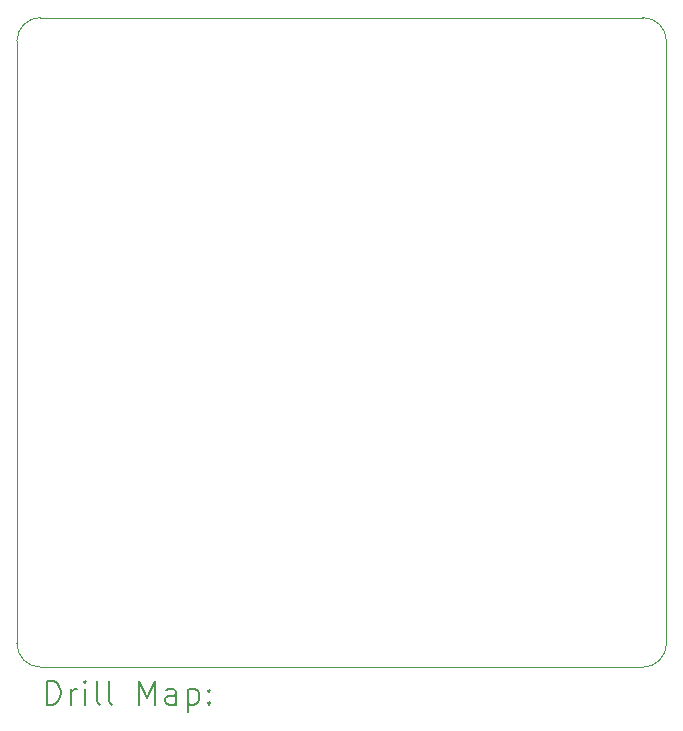
<source format=gbr>
%TF.GenerationSoftware,KiCad,Pcbnew,7.0.9*%
%TF.CreationDate,2024-04-10T17:12:23-05:00*%
%TF.ProjectId,Aniversario-PCBWAY,416e6976-6572-4736-9172-696f2d504342,rev?*%
%TF.SameCoordinates,Original*%
%TF.FileFunction,Drillmap*%
%TF.FilePolarity,Positive*%
%FSLAX45Y45*%
G04 Gerber Fmt 4.5, Leading zero omitted, Abs format (unit mm)*
G04 Created by KiCad (PCBNEW 7.0.9) date 2024-04-10 17:12:23*
%MOMM*%
%LPD*%
G01*
G04 APERTURE LIST*
%ADD10C,0.100000*%
%ADD11C,0.200000*%
G04 APERTURE END LIST*
D10*
X9000000Y-4800000D02*
G75*
G03*
X8800000Y-4600000I-200000J0D01*
G01*
X8800000Y-4600000D02*
X3700000Y-4600000D01*
X3700000Y-4600000D02*
G75*
G03*
X3500000Y-4800000I0J-200000D01*
G01*
X3700000Y-10100000D02*
X8800000Y-10100000D01*
X3500000Y-4800000D02*
X3500000Y-9900000D01*
X3500000Y-9900000D02*
G75*
G03*
X3700000Y-10100000I200000J0D01*
G01*
X9000000Y-9900000D02*
X9000000Y-4800000D01*
X8800000Y-10100000D02*
G75*
G03*
X9000000Y-9900000I0J200000D01*
G01*
D11*
X3755777Y-10416484D02*
X3755777Y-10216484D01*
X3755777Y-10216484D02*
X3803396Y-10216484D01*
X3803396Y-10216484D02*
X3831967Y-10226008D01*
X3831967Y-10226008D02*
X3851015Y-10245055D01*
X3851015Y-10245055D02*
X3860539Y-10264103D01*
X3860539Y-10264103D02*
X3870062Y-10302198D01*
X3870062Y-10302198D02*
X3870062Y-10330770D01*
X3870062Y-10330770D02*
X3860539Y-10368865D01*
X3860539Y-10368865D02*
X3851015Y-10387912D01*
X3851015Y-10387912D02*
X3831967Y-10406960D01*
X3831967Y-10406960D02*
X3803396Y-10416484D01*
X3803396Y-10416484D02*
X3755777Y-10416484D01*
X3955777Y-10416484D02*
X3955777Y-10283150D01*
X3955777Y-10321246D02*
X3965301Y-10302198D01*
X3965301Y-10302198D02*
X3974824Y-10292674D01*
X3974824Y-10292674D02*
X3993872Y-10283150D01*
X3993872Y-10283150D02*
X4012920Y-10283150D01*
X4079586Y-10416484D02*
X4079586Y-10283150D01*
X4079586Y-10216484D02*
X4070062Y-10226008D01*
X4070062Y-10226008D02*
X4079586Y-10235531D01*
X4079586Y-10235531D02*
X4089110Y-10226008D01*
X4089110Y-10226008D02*
X4079586Y-10216484D01*
X4079586Y-10216484D02*
X4079586Y-10235531D01*
X4203396Y-10416484D02*
X4184348Y-10406960D01*
X4184348Y-10406960D02*
X4174824Y-10387912D01*
X4174824Y-10387912D02*
X4174824Y-10216484D01*
X4308158Y-10416484D02*
X4289110Y-10406960D01*
X4289110Y-10406960D02*
X4279586Y-10387912D01*
X4279586Y-10387912D02*
X4279586Y-10216484D01*
X4536729Y-10416484D02*
X4536729Y-10216484D01*
X4536729Y-10216484D02*
X4603396Y-10359341D01*
X4603396Y-10359341D02*
X4670063Y-10216484D01*
X4670063Y-10216484D02*
X4670063Y-10416484D01*
X4851015Y-10416484D02*
X4851015Y-10311722D01*
X4851015Y-10311722D02*
X4841491Y-10292674D01*
X4841491Y-10292674D02*
X4822444Y-10283150D01*
X4822444Y-10283150D02*
X4784348Y-10283150D01*
X4784348Y-10283150D02*
X4765301Y-10292674D01*
X4851015Y-10406960D02*
X4831967Y-10416484D01*
X4831967Y-10416484D02*
X4784348Y-10416484D01*
X4784348Y-10416484D02*
X4765301Y-10406960D01*
X4765301Y-10406960D02*
X4755777Y-10387912D01*
X4755777Y-10387912D02*
X4755777Y-10368865D01*
X4755777Y-10368865D02*
X4765301Y-10349817D01*
X4765301Y-10349817D02*
X4784348Y-10340293D01*
X4784348Y-10340293D02*
X4831967Y-10340293D01*
X4831967Y-10340293D02*
X4851015Y-10330770D01*
X4946253Y-10283150D02*
X4946253Y-10483150D01*
X4946253Y-10292674D02*
X4965301Y-10283150D01*
X4965301Y-10283150D02*
X5003396Y-10283150D01*
X5003396Y-10283150D02*
X5022444Y-10292674D01*
X5022444Y-10292674D02*
X5031967Y-10302198D01*
X5031967Y-10302198D02*
X5041491Y-10321246D01*
X5041491Y-10321246D02*
X5041491Y-10378389D01*
X5041491Y-10378389D02*
X5031967Y-10397436D01*
X5031967Y-10397436D02*
X5022444Y-10406960D01*
X5022444Y-10406960D02*
X5003396Y-10416484D01*
X5003396Y-10416484D02*
X4965301Y-10416484D01*
X4965301Y-10416484D02*
X4946253Y-10406960D01*
X5127205Y-10397436D02*
X5136729Y-10406960D01*
X5136729Y-10406960D02*
X5127205Y-10416484D01*
X5127205Y-10416484D02*
X5117682Y-10406960D01*
X5117682Y-10406960D02*
X5127205Y-10397436D01*
X5127205Y-10397436D02*
X5127205Y-10416484D01*
X5127205Y-10292674D02*
X5136729Y-10302198D01*
X5136729Y-10302198D02*
X5127205Y-10311722D01*
X5127205Y-10311722D02*
X5117682Y-10302198D01*
X5117682Y-10302198D02*
X5127205Y-10292674D01*
X5127205Y-10292674D02*
X5127205Y-10311722D01*
M02*

</source>
